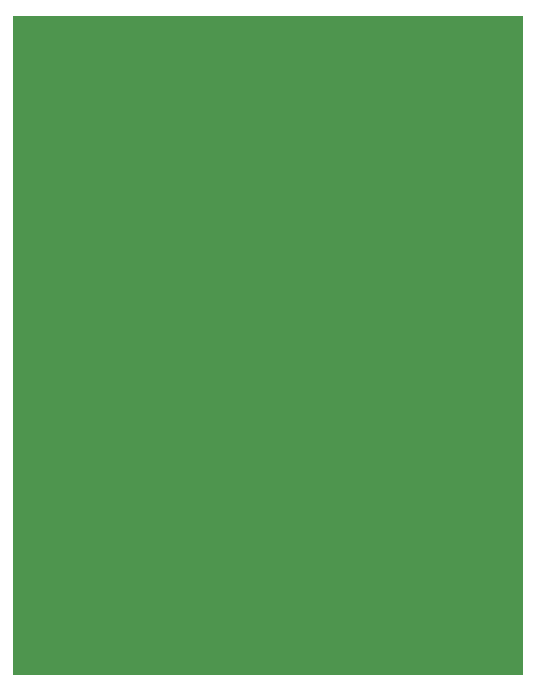
<source format=gbr>
G04 #@! TF.FileFunction,Copper,L2,Bot,Signal*
%FSLAX46Y46*%
G04 Gerber Fmt 4.6, Leading zero omitted, Abs format (unit mm)*
G04 Created by KiCad (PCBNEW 4.0.5) date 03/16/17 21:07:46*
%MOMM*%
%LPD*%
G01*
G04 APERTURE LIST*
%ADD10C,0.025400*%
%ADD11R,43.180000X38.735000*%
%ADD12C,0.356000*%
%ADD13R,2.420000X6.480000*%
%ADD14C,0.970000*%
%ADD15C,0.127000*%
G04 APERTURE END LIST*
D10*
D11*
X21590000Y36334700D03*
D12*
X16052800Y7835900D03*
X16052800Y7327900D03*
D13*
X12450040Y3234500D03*
X21210040Y3234500D03*
D14*
X12450040Y5974500D03*
X21210040Y5974500D03*
D15*
G36*
X43116500Y63500D02*
X63500Y63500D01*
X63500Y55638700D01*
X43116500Y55638700D01*
X43116500Y63500D01*
X43116500Y63500D01*
G37*
X43116500Y63500D02*
X63500Y63500D01*
X63500Y55638700D01*
X43116500Y55638700D01*
X43116500Y63500D01*
M02*

</source>
